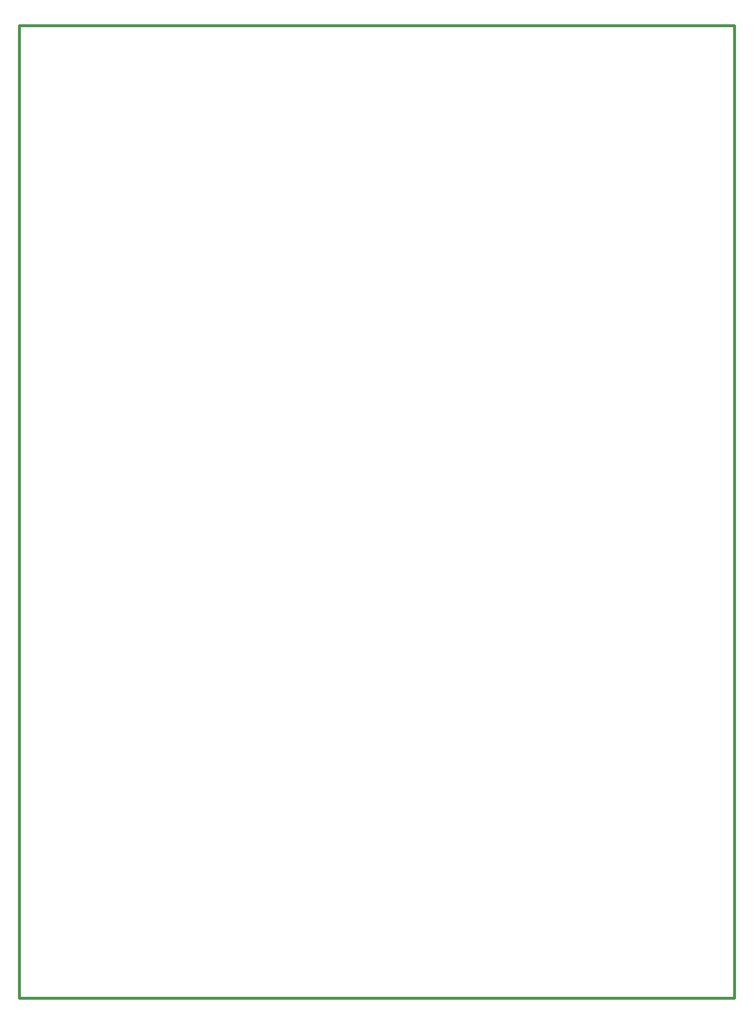
<source format=gm1>
G04*
G04 #@! TF.GenerationSoftware,Altium Limited,Altium Designer,24.8.2 (39)*
G04*
G04 Layer_Color=16711935*
%FSLAX44Y44*%
%MOMM*%
G71*
G04*
G04 #@! TF.SameCoordinates,A64931F2-2A1F-4A1D-9477-064251C997AC*
G04*
G04*
G04 #@! TF.FilePolarity,Positive*
G04*
G01*
G75*
%ADD36C,0.5080*%
D36*
X3053080Y344170D02*
Y2039620D01*
X4300220D01*
Y344170D02*
Y2039620D01*
X3053080Y344170D02*
X4300220D01*
M02*

</source>
